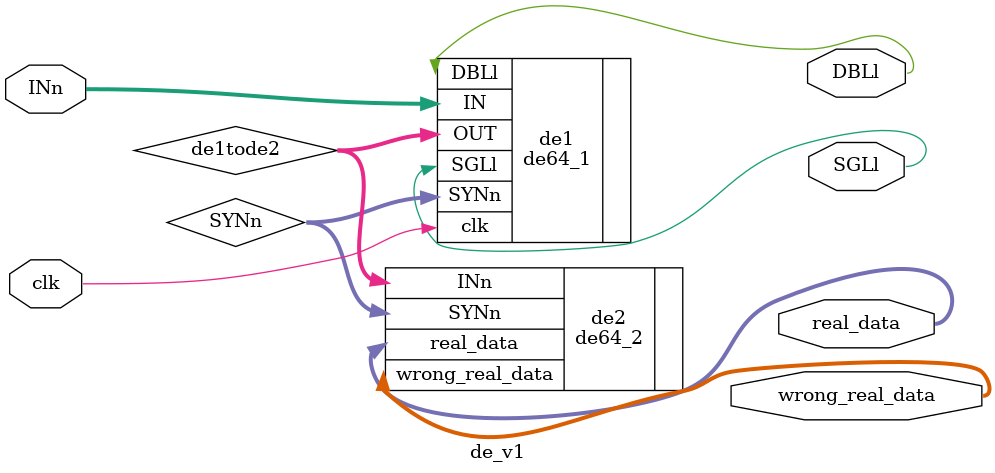
<source format=v>
`timescale 1ns / 100ps

module de_v1(
    //Iput
    INn,
    clk,

    //Output
    SGLl,
    DBLl,
    real_data,
    wrong_real_data
);
////////////////////////////////////
input [79:0] INn;
input clk;

output SGLl;
output DBLl;
output [63:0] real_data;
output [63:0] wrong_real_data;
////////////////////////////////////

////////////////////////////////////
wire [79:0] de1tode2;
wire [7:0] SYNn;

////////////////////////////////////

de64_1 de1(
        // Inputs
        .IN   ( INn ),
        .clk  ( clk ),
        // Outputs
        .OUT  ( de1tode2 ),
        .SYNn ( SYNn ),
        .SGLl ( SGLl ),
        .DBLl ( DBLl ) 
        );

de64_2 de2(
        // Inputs
        .INn             ( de1tode2 ),
        .SYNn            ( SYNn ),
        // Outputs
        .real_data       ( real_data),
        .wrong_real_data ( wrong_real_data ) 
        );

endmodule
</source>
